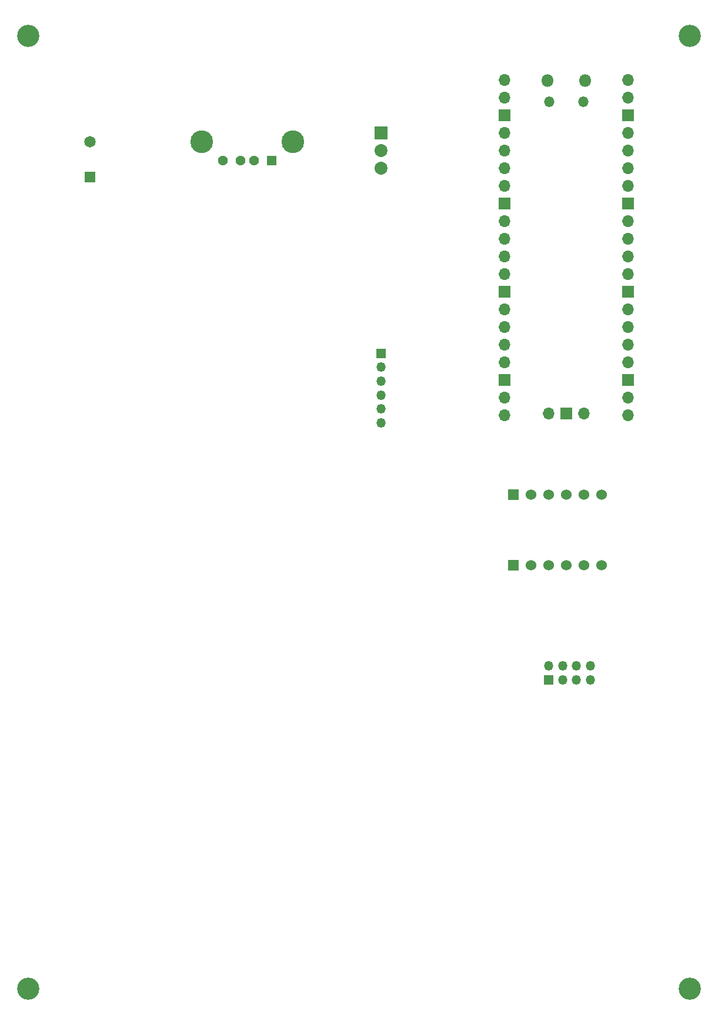
<source format=gbr>
%TF.GenerationSoftware,KiCad,Pcbnew,(5.1.10-1-10_14)*%
%TF.CreationDate,2021-09-06T17:53:20-04:00*%
%TF.ProjectId,CC_PCB_V1,43435f50-4342-45f5-9631-2e6b69636164,rev?*%
%TF.SameCoordinates,Original*%
%TF.FileFunction,Soldermask,Bot*%
%TF.FilePolarity,Negative*%
%FSLAX46Y46*%
G04 Gerber Fmt 4.6, Leading zero omitted, Abs format (unit mm)*
G04 Created by KiCad (PCBNEW (5.1.10-1-10_14)) date 2021-09-06 17:53:20*
%MOMM*%
%LPD*%
G01*
G04 APERTURE LIST*
%ADD10C,3.200000*%
%ADD11C,1.650000*%
%ADD12R,1.650000X1.650000*%
%ADD13O,1.700000X1.700000*%
%ADD14R,1.700000X1.700000*%
%ADD15O,1.500000X1.500000*%
%ADD16O,1.800000X1.800000*%
%ADD17C,1.860000*%
%ADD18R,1.860000X1.860000*%
%ADD19O,1.350000X1.350000*%
%ADD20R,1.350000X1.350000*%
%ADD21C,3.276000*%
%ADD22C,1.428000*%
%ADD23R,1.428000X1.428000*%
%ADD24C,1.524000*%
%ADD25R,1.524000X1.524000*%
G04 APERTURE END LIST*
D10*
%TO.C,REF\u002A\u002A*%
X154940000Y-20320000D03*
%TD*%
%TO.C,REF\u002A\u002A*%
X59690000Y-20320000D03*
%TD*%
%TO.C,REF\u002A\u002A*%
X154940000Y-157480000D03*
%TD*%
%TO.C,REF\u002A\u002A*%
X59690000Y-157480000D03*
%TD*%
D11*
%TO.C,Screw_Terminal1*%
X68580000Y-35560000D03*
D12*
X68580000Y-40640000D03*
%TD*%
D13*
%TO.C,U1*%
X139700000Y-74700000D03*
D14*
X137160000Y-74700000D03*
D13*
X134620000Y-74700000D03*
D15*
X139585000Y-29830000D03*
X134735000Y-29830000D03*
D16*
X139885000Y-26800000D03*
X134435000Y-26800000D03*
D13*
X146050000Y-26670000D03*
X146050000Y-29210000D03*
D14*
X146050000Y-31750000D03*
D13*
X146050000Y-34290000D03*
X146050000Y-36830000D03*
X146050000Y-39370000D03*
X146050000Y-41910000D03*
D14*
X146050000Y-44450000D03*
D13*
X146050000Y-46990000D03*
X146050000Y-49530000D03*
X146050000Y-52070000D03*
X146050000Y-54610000D03*
D14*
X146050000Y-57150000D03*
D13*
X146050000Y-59690000D03*
X146050000Y-62230000D03*
X146050000Y-64770000D03*
X146050000Y-67310000D03*
D14*
X146050000Y-69850000D03*
D13*
X146050000Y-72390000D03*
X146050000Y-74930000D03*
X128270000Y-74930000D03*
X128270000Y-72390000D03*
D14*
X128270000Y-69850000D03*
D13*
X128270000Y-67310000D03*
X128270000Y-64770000D03*
X128270000Y-62230000D03*
X128270000Y-59690000D03*
D14*
X128270000Y-57150000D03*
D13*
X128270000Y-54610000D03*
X128270000Y-52070000D03*
X128270000Y-49530000D03*
X128270000Y-46990000D03*
D14*
X128270000Y-44450000D03*
D13*
X128270000Y-41910000D03*
X128270000Y-39370000D03*
X128270000Y-36830000D03*
X128270000Y-34290000D03*
D14*
X128270000Y-31750000D03*
D13*
X128270000Y-29210000D03*
X128270000Y-26670000D03*
%TD*%
D17*
%TO.C,VR1*%
X110490000Y-39370000D03*
X110490000Y-36830000D03*
D18*
X110490000Y-34290000D03*
%TD*%
D19*
%TO.C,J5*%
X110490000Y-76040000D03*
X110490000Y-74040000D03*
X110490000Y-72040000D03*
X110490000Y-70040000D03*
X110490000Y-68040000D03*
D20*
X110490000Y-66040000D03*
%TD*%
D21*
%TO.C,J3*%
X84650000Y-35560000D03*
X97790000Y-35560000D03*
D22*
X87720000Y-38270000D03*
X90220000Y-38270000D03*
X92220000Y-38270000D03*
D23*
X94720000Y-38270000D03*
%TD*%
D19*
%TO.C,J2*%
X140620000Y-111030000D03*
X140620000Y-113030000D03*
X138620000Y-111030000D03*
X138620000Y-113030000D03*
X136620000Y-111030000D03*
X136620000Y-113030000D03*
X134620000Y-111030000D03*
D20*
X134620000Y-113030000D03*
%TD*%
D24*
%TO.C,U2*%
X142240000Y-86360000D03*
X139700000Y-86360000D03*
X137160000Y-86360000D03*
X134620000Y-86360000D03*
X132080000Y-86360000D03*
D25*
X129540000Y-86360000D03*
D24*
X142240000Y-96520000D03*
X139700000Y-96520000D03*
X137160000Y-96520000D03*
X134620000Y-96520000D03*
X132080000Y-96520000D03*
D25*
X129540000Y-96520000D03*
%TD*%
M02*

</source>
